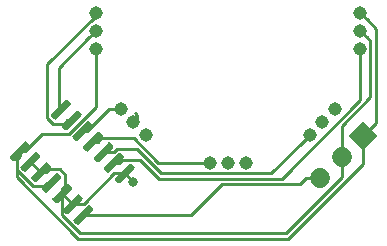
<source format=gbr>
G04 #@! TF.GenerationSoftware,KiCad,Pcbnew,(5.1.5)-3*
G04 #@! TF.CreationDate,2020-07-05T11:52:35-05:00*
G04 #@! TF.ProjectId,HallSensor,48616c6c-5365-46e7-936f-722e6b696361,rev?*
G04 #@! TF.SameCoordinates,Original*
G04 #@! TF.FileFunction,Copper,L1,Top*
G04 #@! TF.FilePolarity,Positive*
%FSLAX46Y46*%
G04 Gerber Fmt 4.6, Leading zero omitted, Abs format (unit mm)*
G04 Created by KiCad (PCBNEW (5.1.5)-3) date 2020-07-05 11:52:35*
%MOMM*%
%LPD*%
G04 APERTURE LIST*
%ADD10C,1.700000*%
%ADD11C,0.100000*%
%ADD12C,1.143000*%
%ADD13C,0.800000*%
%ADD14C,0.250000*%
G04 APERTURE END LIST*
D10*
X129757898Y-100112102D02*
X129757898Y-100112102D01*
X131553949Y-98316051D02*
X131553949Y-98316051D01*
G04 #@! TA.AperFunction,ComponentPad*
D11*
G36*
X132147918Y-96520000D02*
G01*
X133350000Y-95317918D01*
X134552082Y-96520000D01*
X133350000Y-97722082D01*
X132147918Y-96520000D01*
G37*
G04 #@! TD.AperFunction*
D12*
X110744000Y-86106000D03*
X110744000Y-87630000D03*
X110744000Y-89154000D03*
X112832344Y-94290344D03*
X113909974Y-95367974D03*
X114987605Y-96445605D03*
X120396000Y-98806000D03*
X121920000Y-98806000D03*
X123444000Y-98806000D03*
X128834344Y-96463656D03*
X129911974Y-95386026D03*
X130989605Y-94308395D03*
X133096000Y-89154000D03*
X133096000Y-87630000D03*
X133096000Y-86106000D03*
G04 #@! TA.AperFunction,SMDPad,CuDef*
D11*
G36*
X104787745Y-96995394D02*
G01*
X104802306Y-96997554D01*
X104816585Y-97001131D01*
X104830445Y-97006090D01*
X104843752Y-97012384D01*
X104856378Y-97019952D01*
X104868201Y-97028720D01*
X104879108Y-97038606D01*
X105091240Y-97250738D01*
X105101126Y-97261645D01*
X105109894Y-97273468D01*
X105117462Y-97286094D01*
X105123756Y-97299401D01*
X105128715Y-97313261D01*
X105132292Y-97327540D01*
X105134452Y-97342101D01*
X105135174Y-97356804D01*
X105134452Y-97371507D01*
X105132292Y-97386068D01*
X105128715Y-97400347D01*
X105123756Y-97414207D01*
X105117462Y-97427514D01*
X105109894Y-97440140D01*
X105101126Y-97451963D01*
X105091240Y-97462870D01*
X103924514Y-98629596D01*
X103913607Y-98639482D01*
X103901784Y-98648250D01*
X103889158Y-98655818D01*
X103875851Y-98662112D01*
X103861991Y-98667071D01*
X103847712Y-98670648D01*
X103833151Y-98672808D01*
X103818448Y-98673530D01*
X103803745Y-98672808D01*
X103789184Y-98670648D01*
X103774905Y-98667071D01*
X103761045Y-98662112D01*
X103747738Y-98655818D01*
X103735112Y-98648250D01*
X103723289Y-98639482D01*
X103712382Y-98629596D01*
X103500250Y-98417464D01*
X103490364Y-98406557D01*
X103481596Y-98394734D01*
X103474028Y-98382108D01*
X103467734Y-98368801D01*
X103462775Y-98354941D01*
X103459198Y-98340662D01*
X103457038Y-98326101D01*
X103456316Y-98311398D01*
X103457038Y-98296695D01*
X103459198Y-98282134D01*
X103462775Y-98267855D01*
X103467734Y-98253995D01*
X103474028Y-98240688D01*
X103481596Y-98228062D01*
X103490364Y-98216239D01*
X103500250Y-98205332D01*
X104666976Y-97038606D01*
X104677883Y-97028720D01*
X104689706Y-97019952D01*
X104702332Y-97012384D01*
X104715639Y-97006090D01*
X104729499Y-97001131D01*
X104743778Y-96997554D01*
X104758339Y-96995394D01*
X104773042Y-96994672D01*
X104787745Y-96995394D01*
G37*
G04 #@! TD.AperFunction*
G04 #@! TA.AperFunction,SMDPad,CuDef*
G36*
X105685770Y-97893420D02*
G01*
X105700331Y-97895580D01*
X105714610Y-97899157D01*
X105728470Y-97904116D01*
X105741777Y-97910410D01*
X105754403Y-97917978D01*
X105766226Y-97926746D01*
X105777133Y-97936632D01*
X105989265Y-98148764D01*
X105999151Y-98159671D01*
X106007919Y-98171494D01*
X106015487Y-98184120D01*
X106021781Y-98197427D01*
X106026740Y-98211287D01*
X106030317Y-98225566D01*
X106032477Y-98240127D01*
X106033199Y-98254830D01*
X106032477Y-98269533D01*
X106030317Y-98284094D01*
X106026740Y-98298373D01*
X106021781Y-98312233D01*
X106015487Y-98325540D01*
X106007919Y-98338166D01*
X105999151Y-98349989D01*
X105989265Y-98360896D01*
X104822539Y-99527622D01*
X104811632Y-99537508D01*
X104799809Y-99546276D01*
X104787183Y-99553844D01*
X104773876Y-99560138D01*
X104760016Y-99565097D01*
X104745737Y-99568674D01*
X104731176Y-99570834D01*
X104716473Y-99571556D01*
X104701770Y-99570834D01*
X104687209Y-99568674D01*
X104672930Y-99565097D01*
X104659070Y-99560138D01*
X104645763Y-99553844D01*
X104633137Y-99546276D01*
X104621314Y-99537508D01*
X104610407Y-99527622D01*
X104398275Y-99315490D01*
X104388389Y-99304583D01*
X104379621Y-99292760D01*
X104372053Y-99280134D01*
X104365759Y-99266827D01*
X104360800Y-99252967D01*
X104357223Y-99238688D01*
X104355063Y-99224127D01*
X104354341Y-99209424D01*
X104355063Y-99194721D01*
X104357223Y-99180160D01*
X104360800Y-99165881D01*
X104365759Y-99152021D01*
X104372053Y-99138714D01*
X104379621Y-99126088D01*
X104388389Y-99114265D01*
X104398275Y-99103358D01*
X105565001Y-97936632D01*
X105575908Y-97926746D01*
X105587731Y-97917978D01*
X105600357Y-97910410D01*
X105613664Y-97904116D01*
X105627524Y-97899157D01*
X105641803Y-97895580D01*
X105656364Y-97893420D01*
X105671067Y-97892698D01*
X105685770Y-97893420D01*
G37*
G04 #@! TD.AperFunction*
G04 #@! TA.AperFunction,SMDPad,CuDef*
G36*
X106583796Y-98791446D02*
G01*
X106598357Y-98793606D01*
X106612636Y-98797183D01*
X106626496Y-98802142D01*
X106639803Y-98808436D01*
X106652429Y-98816004D01*
X106664252Y-98824772D01*
X106675159Y-98834658D01*
X106887291Y-99046790D01*
X106897177Y-99057697D01*
X106905945Y-99069520D01*
X106913513Y-99082146D01*
X106919807Y-99095453D01*
X106924766Y-99109313D01*
X106928343Y-99123592D01*
X106930503Y-99138153D01*
X106931225Y-99152856D01*
X106930503Y-99167559D01*
X106928343Y-99182120D01*
X106924766Y-99196399D01*
X106919807Y-99210259D01*
X106913513Y-99223566D01*
X106905945Y-99236192D01*
X106897177Y-99248015D01*
X106887291Y-99258922D01*
X105720565Y-100425648D01*
X105709658Y-100435534D01*
X105697835Y-100444302D01*
X105685209Y-100451870D01*
X105671902Y-100458164D01*
X105658042Y-100463123D01*
X105643763Y-100466700D01*
X105629202Y-100468860D01*
X105614499Y-100469582D01*
X105599796Y-100468860D01*
X105585235Y-100466700D01*
X105570956Y-100463123D01*
X105557096Y-100458164D01*
X105543789Y-100451870D01*
X105531163Y-100444302D01*
X105519340Y-100435534D01*
X105508433Y-100425648D01*
X105296301Y-100213516D01*
X105286415Y-100202609D01*
X105277647Y-100190786D01*
X105270079Y-100178160D01*
X105263785Y-100164853D01*
X105258826Y-100150993D01*
X105255249Y-100136714D01*
X105253089Y-100122153D01*
X105252367Y-100107450D01*
X105253089Y-100092747D01*
X105255249Y-100078186D01*
X105258826Y-100063907D01*
X105263785Y-100050047D01*
X105270079Y-100036740D01*
X105277647Y-100024114D01*
X105286415Y-100012291D01*
X105296301Y-100001384D01*
X106463027Y-98834658D01*
X106473934Y-98824772D01*
X106485757Y-98816004D01*
X106498383Y-98808436D01*
X106511690Y-98802142D01*
X106525550Y-98797183D01*
X106539829Y-98793606D01*
X106554390Y-98791446D01*
X106569093Y-98790724D01*
X106583796Y-98791446D01*
G37*
G04 #@! TD.AperFunction*
G04 #@! TA.AperFunction,SMDPad,CuDef*
G36*
X107481822Y-99689471D02*
G01*
X107496383Y-99691631D01*
X107510662Y-99695208D01*
X107524522Y-99700167D01*
X107537829Y-99706461D01*
X107550455Y-99714029D01*
X107562278Y-99722797D01*
X107573185Y-99732683D01*
X107785317Y-99944815D01*
X107795203Y-99955722D01*
X107803971Y-99967545D01*
X107811539Y-99980171D01*
X107817833Y-99993478D01*
X107822792Y-100007338D01*
X107826369Y-100021617D01*
X107828529Y-100036178D01*
X107829251Y-100050881D01*
X107828529Y-100065584D01*
X107826369Y-100080145D01*
X107822792Y-100094424D01*
X107817833Y-100108284D01*
X107811539Y-100121591D01*
X107803971Y-100134217D01*
X107795203Y-100146040D01*
X107785317Y-100156947D01*
X106618591Y-101323673D01*
X106607684Y-101333559D01*
X106595861Y-101342327D01*
X106583235Y-101349895D01*
X106569928Y-101356189D01*
X106556068Y-101361148D01*
X106541789Y-101364725D01*
X106527228Y-101366885D01*
X106512525Y-101367607D01*
X106497822Y-101366885D01*
X106483261Y-101364725D01*
X106468982Y-101361148D01*
X106455122Y-101356189D01*
X106441815Y-101349895D01*
X106429189Y-101342327D01*
X106417366Y-101333559D01*
X106406459Y-101323673D01*
X106194327Y-101111541D01*
X106184441Y-101100634D01*
X106175673Y-101088811D01*
X106168105Y-101076185D01*
X106161811Y-101062878D01*
X106156852Y-101049018D01*
X106153275Y-101034739D01*
X106151115Y-101020178D01*
X106150393Y-101005475D01*
X106151115Y-100990772D01*
X106153275Y-100976211D01*
X106156852Y-100961932D01*
X106161811Y-100948072D01*
X106168105Y-100934765D01*
X106175673Y-100922139D01*
X106184441Y-100910316D01*
X106194327Y-100899409D01*
X107361053Y-99732683D01*
X107371960Y-99722797D01*
X107383783Y-99714029D01*
X107396409Y-99706461D01*
X107409716Y-99700167D01*
X107423576Y-99695208D01*
X107437855Y-99691631D01*
X107452416Y-99689471D01*
X107467119Y-99688749D01*
X107481822Y-99689471D01*
G37*
G04 #@! TD.AperFunction*
G04 #@! TA.AperFunction,SMDPad,CuDef*
G36*
X108379847Y-100587497D02*
G01*
X108394408Y-100589657D01*
X108408687Y-100593234D01*
X108422547Y-100598193D01*
X108435854Y-100604487D01*
X108448480Y-100612055D01*
X108460303Y-100620823D01*
X108471210Y-100630709D01*
X108683342Y-100842841D01*
X108693228Y-100853748D01*
X108701996Y-100865571D01*
X108709564Y-100878197D01*
X108715858Y-100891504D01*
X108720817Y-100905364D01*
X108724394Y-100919643D01*
X108726554Y-100934204D01*
X108727276Y-100948907D01*
X108726554Y-100963610D01*
X108724394Y-100978171D01*
X108720817Y-100992450D01*
X108715858Y-101006310D01*
X108709564Y-101019617D01*
X108701996Y-101032243D01*
X108693228Y-101044066D01*
X108683342Y-101054973D01*
X107516616Y-102221699D01*
X107505709Y-102231585D01*
X107493886Y-102240353D01*
X107481260Y-102247921D01*
X107467953Y-102254215D01*
X107454093Y-102259174D01*
X107439814Y-102262751D01*
X107425253Y-102264911D01*
X107410550Y-102265633D01*
X107395847Y-102264911D01*
X107381286Y-102262751D01*
X107367007Y-102259174D01*
X107353147Y-102254215D01*
X107339840Y-102247921D01*
X107327214Y-102240353D01*
X107315391Y-102231585D01*
X107304484Y-102221699D01*
X107092352Y-102009567D01*
X107082466Y-101998660D01*
X107073698Y-101986837D01*
X107066130Y-101974211D01*
X107059836Y-101960904D01*
X107054877Y-101947044D01*
X107051300Y-101932765D01*
X107049140Y-101918204D01*
X107048418Y-101903501D01*
X107049140Y-101888798D01*
X107051300Y-101874237D01*
X107054877Y-101859958D01*
X107059836Y-101846098D01*
X107066130Y-101832791D01*
X107073698Y-101820165D01*
X107082466Y-101808342D01*
X107092352Y-101797435D01*
X108259078Y-100630709D01*
X108269985Y-100620823D01*
X108281808Y-100612055D01*
X108294434Y-100604487D01*
X108307741Y-100598193D01*
X108321601Y-100593234D01*
X108335880Y-100589657D01*
X108350441Y-100587497D01*
X108365144Y-100586775D01*
X108379847Y-100587497D01*
G37*
G04 #@! TD.AperFunction*
G04 #@! TA.AperFunction,SMDPad,CuDef*
G36*
X109277873Y-101485523D02*
G01*
X109292434Y-101487683D01*
X109306713Y-101491260D01*
X109320573Y-101496219D01*
X109333880Y-101502513D01*
X109346506Y-101510081D01*
X109358329Y-101518849D01*
X109369236Y-101528735D01*
X109581368Y-101740867D01*
X109591254Y-101751774D01*
X109600022Y-101763597D01*
X109607590Y-101776223D01*
X109613884Y-101789530D01*
X109618843Y-101803390D01*
X109622420Y-101817669D01*
X109624580Y-101832230D01*
X109625302Y-101846933D01*
X109624580Y-101861636D01*
X109622420Y-101876197D01*
X109618843Y-101890476D01*
X109613884Y-101904336D01*
X109607590Y-101917643D01*
X109600022Y-101930269D01*
X109591254Y-101942092D01*
X109581368Y-101952999D01*
X108414642Y-103119725D01*
X108403735Y-103129611D01*
X108391912Y-103138379D01*
X108379286Y-103145947D01*
X108365979Y-103152241D01*
X108352119Y-103157200D01*
X108337840Y-103160777D01*
X108323279Y-103162937D01*
X108308576Y-103163659D01*
X108293873Y-103162937D01*
X108279312Y-103160777D01*
X108265033Y-103157200D01*
X108251173Y-103152241D01*
X108237866Y-103145947D01*
X108225240Y-103138379D01*
X108213417Y-103129611D01*
X108202510Y-103119725D01*
X107990378Y-102907593D01*
X107980492Y-102896686D01*
X107971724Y-102884863D01*
X107964156Y-102872237D01*
X107957862Y-102858930D01*
X107952903Y-102845070D01*
X107949326Y-102830791D01*
X107947166Y-102816230D01*
X107946444Y-102801527D01*
X107947166Y-102786824D01*
X107949326Y-102772263D01*
X107952903Y-102757984D01*
X107957862Y-102744124D01*
X107964156Y-102730817D01*
X107971724Y-102718191D01*
X107980492Y-102706368D01*
X107990378Y-102695461D01*
X109157104Y-101528735D01*
X109168011Y-101518849D01*
X109179834Y-101510081D01*
X109192460Y-101502513D01*
X109205767Y-101496219D01*
X109219627Y-101491260D01*
X109233906Y-101487683D01*
X109248467Y-101485523D01*
X109263170Y-101484801D01*
X109277873Y-101485523D01*
G37*
G04 #@! TD.AperFunction*
G04 #@! TA.AperFunction,SMDPad,CuDef*
G36*
X110175899Y-102383548D02*
G01*
X110190460Y-102385708D01*
X110204739Y-102389285D01*
X110218599Y-102394244D01*
X110231906Y-102400538D01*
X110244532Y-102408106D01*
X110256355Y-102416874D01*
X110267262Y-102426760D01*
X110479394Y-102638892D01*
X110489280Y-102649799D01*
X110498048Y-102661622D01*
X110505616Y-102674248D01*
X110511910Y-102687555D01*
X110516869Y-102701415D01*
X110520446Y-102715694D01*
X110522606Y-102730255D01*
X110523328Y-102744958D01*
X110522606Y-102759661D01*
X110520446Y-102774222D01*
X110516869Y-102788501D01*
X110511910Y-102802361D01*
X110505616Y-102815668D01*
X110498048Y-102828294D01*
X110489280Y-102840117D01*
X110479394Y-102851024D01*
X109312668Y-104017750D01*
X109301761Y-104027636D01*
X109289938Y-104036404D01*
X109277312Y-104043972D01*
X109264005Y-104050266D01*
X109250145Y-104055225D01*
X109235866Y-104058802D01*
X109221305Y-104060962D01*
X109206602Y-104061684D01*
X109191899Y-104060962D01*
X109177338Y-104058802D01*
X109163059Y-104055225D01*
X109149199Y-104050266D01*
X109135892Y-104043972D01*
X109123266Y-104036404D01*
X109111443Y-104027636D01*
X109100536Y-104017750D01*
X108888404Y-103805618D01*
X108878518Y-103794711D01*
X108869750Y-103782888D01*
X108862182Y-103770262D01*
X108855888Y-103756955D01*
X108850929Y-103743095D01*
X108847352Y-103728816D01*
X108845192Y-103714255D01*
X108844470Y-103699552D01*
X108845192Y-103684849D01*
X108847352Y-103670288D01*
X108850929Y-103656009D01*
X108855888Y-103642149D01*
X108862182Y-103628842D01*
X108869750Y-103616216D01*
X108878518Y-103604393D01*
X108888404Y-103593486D01*
X110055130Y-102426760D01*
X110066037Y-102416874D01*
X110077860Y-102408106D01*
X110090486Y-102400538D01*
X110103793Y-102394244D01*
X110117653Y-102389285D01*
X110131932Y-102385708D01*
X110146493Y-102383548D01*
X110161196Y-102382826D01*
X110175899Y-102383548D01*
G37*
G04 #@! TD.AperFunction*
G04 #@! TA.AperFunction,SMDPad,CuDef*
G36*
X113676077Y-98883370D02*
G01*
X113690638Y-98885530D01*
X113704917Y-98889107D01*
X113718777Y-98894066D01*
X113732084Y-98900360D01*
X113744710Y-98907928D01*
X113756533Y-98916696D01*
X113767440Y-98926582D01*
X113979572Y-99138714D01*
X113989458Y-99149621D01*
X113998226Y-99161444D01*
X114005794Y-99174070D01*
X114012088Y-99187377D01*
X114017047Y-99201237D01*
X114020624Y-99215516D01*
X114022784Y-99230077D01*
X114023506Y-99244780D01*
X114022784Y-99259483D01*
X114020624Y-99274044D01*
X114017047Y-99288323D01*
X114012088Y-99302183D01*
X114005794Y-99315490D01*
X113998226Y-99328116D01*
X113989458Y-99339939D01*
X113979572Y-99350846D01*
X112812846Y-100517572D01*
X112801939Y-100527458D01*
X112790116Y-100536226D01*
X112777490Y-100543794D01*
X112764183Y-100550088D01*
X112750323Y-100555047D01*
X112736044Y-100558624D01*
X112721483Y-100560784D01*
X112706780Y-100561506D01*
X112692077Y-100560784D01*
X112677516Y-100558624D01*
X112663237Y-100555047D01*
X112649377Y-100550088D01*
X112636070Y-100543794D01*
X112623444Y-100536226D01*
X112611621Y-100527458D01*
X112600714Y-100517572D01*
X112388582Y-100305440D01*
X112378696Y-100294533D01*
X112369928Y-100282710D01*
X112362360Y-100270084D01*
X112356066Y-100256777D01*
X112351107Y-100242917D01*
X112347530Y-100228638D01*
X112345370Y-100214077D01*
X112344648Y-100199374D01*
X112345370Y-100184671D01*
X112347530Y-100170110D01*
X112351107Y-100155831D01*
X112356066Y-100141971D01*
X112362360Y-100128664D01*
X112369928Y-100116038D01*
X112378696Y-100104215D01*
X112388582Y-100093308D01*
X113555308Y-98926582D01*
X113566215Y-98916696D01*
X113578038Y-98907928D01*
X113590664Y-98900360D01*
X113603971Y-98894066D01*
X113617831Y-98889107D01*
X113632110Y-98885530D01*
X113646671Y-98883370D01*
X113661374Y-98882648D01*
X113676077Y-98883370D01*
G37*
G04 #@! TD.AperFunction*
G04 #@! TA.AperFunction,SMDPad,CuDef*
G36*
X112778052Y-97985344D02*
G01*
X112792613Y-97987504D01*
X112806892Y-97991081D01*
X112820752Y-97996040D01*
X112834059Y-98002334D01*
X112846685Y-98009902D01*
X112858508Y-98018670D01*
X112869415Y-98028556D01*
X113081547Y-98240688D01*
X113091433Y-98251595D01*
X113100201Y-98263418D01*
X113107769Y-98276044D01*
X113114063Y-98289351D01*
X113119022Y-98303211D01*
X113122599Y-98317490D01*
X113124759Y-98332051D01*
X113125481Y-98346754D01*
X113124759Y-98361457D01*
X113122599Y-98376018D01*
X113119022Y-98390297D01*
X113114063Y-98404157D01*
X113107769Y-98417464D01*
X113100201Y-98430090D01*
X113091433Y-98441913D01*
X113081547Y-98452820D01*
X111914821Y-99619546D01*
X111903914Y-99629432D01*
X111892091Y-99638200D01*
X111879465Y-99645768D01*
X111866158Y-99652062D01*
X111852298Y-99657021D01*
X111838019Y-99660598D01*
X111823458Y-99662758D01*
X111808755Y-99663480D01*
X111794052Y-99662758D01*
X111779491Y-99660598D01*
X111765212Y-99657021D01*
X111751352Y-99652062D01*
X111738045Y-99645768D01*
X111725419Y-99638200D01*
X111713596Y-99629432D01*
X111702689Y-99619546D01*
X111490557Y-99407414D01*
X111480671Y-99396507D01*
X111471903Y-99384684D01*
X111464335Y-99372058D01*
X111458041Y-99358751D01*
X111453082Y-99344891D01*
X111449505Y-99330612D01*
X111447345Y-99316051D01*
X111446623Y-99301348D01*
X111447345Y-99286645D01*
X111449505Y-99272084D01*
X111453082Y-99257805D01*
X111458041Y-99243945D01*
X111464335Y-99230638D01*
X111471903Y-99218012D01*
X111480671Y-99206189D01*
X111490557Y-99195282D01*
X112657283Y-98028556D01*
X112668190Y-98018670D01*
X112680013Y-98009902D01*
X112692639Y-98002334D01*
X112705946Y-97996040D01*
X112719806Y-97991081D01*
X112734085Y-97987504D01*
X112748646Y-97985344D01*
X112763349Y-97984622D01*
X112778052Y-97985344D01*
G37*
G04 #@! TD.AperFunction*
G04 #@! TA.AperFunction,SMDPad,CuDef*
G36*
X111880026Y-97087318D02*
G01*
X111894587Y-97089478D01*
X111908866Y-97093055D01*
X111922726Y-97098014D01*
X111936033Y-97104308D01*
X111948659Y-97111876D01*
X111960482Y-97120644D01*
X111971389Y-97130530D01*
X112183521Y-97342662D01*
X112193407Y-97353569D01*
X112202175Y-97365392D01*
X112209743Y-97378018D01*
X112216037Y-97391325D01*
X112220996Y-97405185D01*
X112224573Y-97419464D01*
X112226733Y-97434025D01*
X112227455Y-97448728D01*
X112226733Y-97463431D01*
X112224573Y-97477992D01*
X112220996Y-97492271D01*
X112216037Y-97506131D01*
X112209743Y-97519438D01*
X112202175Y-97532064D01*
X112193407Y-97543887D01*
X112183521Y-97554794D01*
X111016795Y-98721520D01*
X111005888Y-98731406D01*
X110994065Y-98740174D01*
X110981439Y-98747742D01*
X110968132Y-98754036D01*
X110954272Y-98758995D01*
X110939993Y-98762572D01*
X110925432Y-98764732D01*
X110910729Y-98765454D01*
X110896026Y-98764732D01*
X110881465Y-98762572D01*
X110867186Y-98758995D01*
X110853326Y-98754036D01*
X110840019Y-98747742D01*
X110827393Y-98740174D01*
X110815570Y-98731406D01*
X110804663Y-98721520D01*
X110592531Y-98509388D01*
X110582645Y-98498481D01*
X110573877Y-98486658D01*
X110566309Y-98474032D01*
X110560015Y-98460725D01*
X110555056Y-98446865D01*
X110551479Y-98432586D01*
X110549319Y-98418025D01*
X110548597Y-98403322D01*
X110549319Y-98388619D01*
X110551479Y-98374058D01*
X110555056Y-98359779D01*
X110560015Y-98345919D01*
X110566309Y-98332612D01*
X110573877Y-98319986D01*
X110582645Y-98308163D01*
X110592531Y-98297256D01*
X111759257Y-97130530D01*
X111770164Y-97120644D01*
X111781987Y-97111876D01*
X111794613Y-97104308D01*
X111807920Y-97098014D01*
X111821780Y-97093055D01*
X111836059Y-97089478D01*
X111850620Y-97087318D01*
X111865323Y-97086596D01*
X111880026Y-97087318D01*
G37*
G04 #@! TD.AperFunction*
G04 #@! TA.AperFunction,SMDPad,CuDef*
G36*
X110982000Y-96189293D02*
G01*
X110996561Y-96191453D01*
X111010840Y-96195030D01*
X111024700Y-96199989D01*
X111038007Y-96206283D01*
X111050633Y-96213851D01*
X111062456Y-96222619D01*
X111073363Y-96232505D01*
X111285495Y-96444637D01*
X111295381Y-96455544D01*
X111304149Y-96467367D01*
X111311717Y-96479993D01*
X111318011Y-96493300D01*
X111322970Y-96507160D01*
X111326547Y-96521439D01*
X111328707Y-96536000D01*
X111329429Y-96550703D01*
X111328707Y-96565406D01*
X111326547Y-96579967D01*
X111322970Y-96594246D01*
X111318011Y-96608106D01*
X111311717Y-96621413D01*
X111304149Y-96634039D01*
X111295381Y-96645862D01*
X111285495Y-96656769D01*
X110118769Y-97823495D01*
X110107862Y-97833381D01*
X110096039Y-97842149D01*
X110083413Y-97849717D01*
X110070106Y-97856011D01*
X110056246Y-97860970D01*
X110041967Y-97864547D01*
X110027406Y-97866707D01*
X110012703Y-97867429D01*
X109998000Y-97866707D01*
X109983439Y-97864547D01*
X109969160Y-97860970D01*
X109955300Y-97856011D01*
X109941993Y-97849717D01*
X109929367Y-97842149D01*
X109917544Y-97833381D01*
X109906637Y-97823495D01*
X109694505Y-97611363D01*
X109684619Y-97600456D01*
X109675851Y-97588633D01*
X109668283Y-97576007D01*
X109661989Y-97562700D01*
X109657030Y-97548840D01*
X109653453Y-97534561D01*
X109651293Y-97520000D01*
X109650571Y-97505297D01*
X109651293Y-97490594D01*
X109653453Y-97476033D01*
X109657030Y-97461754D01*
X109661989Y-97447894D01*
X109668283Y-97434587D01*
X109675851Y-97421961D01*
X109684619Y-97410138D01*
X109694505Y-97399231D01*
X110861231Y-96232505D01*
X110872138Y-96222619D01*
X110883961Y-96213851D01*
X110896587Y-96206283D01*
X110909894Y-96199989D01*
X110923754Y-96195030D01*
X110938033Y-96191453D01*
X110952594Y-96189293D01*
X110967297Y-96188571D01*
X110982000Y-96189293D01*
G37*
G04 #@! TD.AperFunction*
G04 #@! TA.AperFunction,SMDPad,CuDef*
G36*
X110083975Y-95291267D02*
G01*
X110098536Y-95293427D01*
X110112815Y-95297004D01*
X110126675Y-95301963D01*
X110139982Y-95308257D01*
X110152608Y-95315825D01*
X110164431Y-95324593D01*
X110175338Y-95334479D01*
X110387470Y-95546611D01*
X110397356Y-95557518D01*
X110406124Y-95569341D01*
X110413692Y-95581967D01*
X110419986Y-95595274D01*
X110424945Y-95609134D01*
X110428522Y-95623413D01*
X110430682Y-95637974D01*
X110431404Y-95652677D01*
X110430682Y-95667380D01*
X110428522Y-95681941D01*
X110424945Y-95696220D01*
X110419986Y-95710080D01*
X110413692Y-95723387D01*
X110406124Y-95736013D01*
X110397356Y-95747836D01*
X110387470Y-95758743D01*
X109220744Y-96925469D01*
X109209837Y-96935355D01*
X109198014Y-96944123D01*
X109185388Y-96951691D01*
X109172081Y-96957985D01*
X109158221Y-96962944D01*
X109143942Y-96966521D01*
X109129381Y-96968681D01*
X109114678Y-96969403D01*
X109099975Y-96968681D01*
X109085414Y-96966521D01*
X109071135Y-96962944D01*
X109057275Y-96957985D01*
X109043968Y-96951691D01*
X109031342Y-96944123D01*
X109019519Y-96935355D01*
X109008612Y-96925469D01*
X108796480Y-96713337D01*
X108786594Y-96702430D01*
X108777826Y-96690607D01*
X108770258Y-96677981D01*
X108763964Y-96664674D01*
X108759005Y-96650814D01*
X108755428Y-96636535D01*
X108753268Y-96621974D01*
X108752546Y-96607271D01*
X108753268Y-96592568D01*
X108755428Y-96578007D01*
X108759005Y-96563728D01*
X108763964Y-96549868D01*
X108770258Y-96536561D01*
X108777826Y-96523935D01*
X108786594Y-96512112D01*
X108796480Y-96501205D01*
X109963206Y-95334479D01*
X109974113Y-95324593D01*
X109985936Y-95315825D01*
X109998562Y-95308257D01*
X110011869Y-95301963D01*
X110025729Y-95297004D01*
X110040008Y-95293427D01*
X110054569Y-95291267D01*
X110069272Y-95290545D01*
X110083975Y-95291267D01*
G37*
G04 #@! TD.AperFunction*
G04 #@! TA.AperFunction,SMDPad,CuDef*
G36*
X109185949Y-94393241D02*
G01*
X109200510Y-94395401D01*
X109214789Y-94398978D01*
X109228649Y-94403937D01*
X109241956Y-94410231D01*
X109254582Y-94417799D01*
X109266405Y-94426567D01*
X109277312Y-94436453D01*
X109489444Y-94648585D01*
X109499330Y-94659492D01*
X109508098Y-94671315D01*
X109515666Y-94683941D01*
X109521960Y-94697248D01*
X109526919Y-94711108D01*
X109530496Y-94725387D01*
X109532656Y-94739948D01*
X109533378Y-94754651D01*
X109532656Y-94769354D01*
X109530496Y-94783915D01*
X109526919Y-94798194D01*
X109521960Y-94812054D01*
X109515666Y-94825361D01*
X109508098Y-94837987D01*
X109499330Y-94849810D01*
X109489444Y-94860717D01*
X108322718Y-96027443D01*
X108311811Y-96037329D01*
X108299988Y-96046097D01*
X108287362Y-96053665D01*
X108274055Y-96059959D01*
X108260195Y-96064918D01*
X108245916Y-96068495D01*
X108231355Y-96070655D01*
X108216652Y-96071377D01*
X108201949Y-96070655D01*
X108187388Y-96068495D01*
X108173109Y-96064918D01*
X108159249Y-96059959D01*
X108145942Y-96053665D01*
X108133316Y-96046097D01*
X108121493Y-96037329D01*
X108110586Y-96027443D01*
X107898454Y-95815311D01*
X107888568Y-95804404D01*
X107879800Y-95792581D01*
X107872232Y-95779955D01*
X107865938Y-95766648D01*
X107860979Y-95752788D01*
X107857402Y-95738509D01*
X107855242Y-95723948D01*
X107854520Y-95709245D01*
X107855242Y-95694542D01*
X107857402Y-95679981D01*
X107860979Y-95665702D01*
X107865938Y-95651842D01*
X107872232Y-95638535D01*
X107879800Y-95625909D01*
X107888568Y-95614086D01*
X107898454Y-95603179D01*
X109065180Y-94436453D01*
X109076087Y-94426567D01*
X109087910Y-94417799D01*
X109100536Y-94410231D01*
X109113843Y-94403937D01*
X109127703Y-94398978D01*
X109141982Y-94395401D01*
X109156543Y-94393241D01*
X109171246Y-94392519D01*
X109185949Y-94393241D01*
G37*
G04 #@! TD.AperFunction*
G04 #@! TA.AperFunction,SMDPad,CuDef*
G36*
X108287923Y-93495216D02*
G01*
X108302484Y-93497376D01*
X108316763Y-93500953D01*
X108330623Y-93505912D01*
X108343930Y-93512206D01*
X108356556Y-93519774D01*
X108368379Y-93528542D01*
X108379286Y-93538428D01*
X108591418Y-93750560D01*
X108601304Y-93761467D01*
X108610072Y-93773290D01*
X108617640Y-93785916D01*
X108623934Y-93799223D01*
X108628893Y-93813083D01*
X108632470Y-93827362D01*
X108634630Y-93841923D01*
X108635352Y-93856626D01*
X108634630Y-93871329D01*
X108632470Y-93885890D01*
X108628893Y-93900169D01*
X108623934Y-93914029D01*
X108617640Y-93927336D01*
X108610072Y-93939962D01*
X108601304Y-93951785D01*
X108591418Y-93962692D01*
X107424692Y-95129418D01*
X107413785Y-95139304D01*
X107401962Y-95148072D01*
X107389336Y-95155640D01*
X107376029Y-95161934D01*
X107362169Y-95166893D01*
X107347890Y-95170470D01*
X107333329Y-95172630D01*
X107318626Y-95173352D01*
X107303923Y-95172630D01*
X107289362Y-95170470D01*
X107275083Y-95166893D01*
X107261223Y-95161934D01*
X107247916Y-95155640D01*
X107235290Y-95148072D01*
X107223467Y-95139304D01*
X107212560Y-95129418D01*
X107000428Y-94917286D01*
X106990542Y-94906379D01*
X106981774Y-94894556D01*
X106974206Y-94881930D01*
X106967912Y-94868623D01*
X106962953Y-94854763D01*
X106959376Y-94840484D01*
X106957216Y-94825923D01*
X106956494Y-94811220D01*
X106957216Y-94796517D01*
X106959376Y-94781956D01*
X106962953Y-94767677D01*
X106967912Y-94753817D01*
X106974206Y-94740510D01*
X106981774Y-94727884D01*
X106990542Y-94716061D01*
X107000428Y-94705154D01*
X108167154Y-93538428D01*
X108178061Y-93528542D01*
X108189884Y-93519774D01*
X108202510Y-93512206D01*
X108215817Y-93505912D01*
X108229677Y-93500953D01*
X108243956Y-93497376D01*
X108258517Y-93495216D01*
X108273220Y-93494494D01*
X108287923Y-93495216D01*
G37*
G04 #@! TD.AperFunction*
D13*
X113909974Y-100447974D03*
D14*
X110744000Y-94094049D02*
X110744000Y-89962223D01*
X110744000Y-89962223D02*
X110744000Y-89154000D01*
X108441662Y-96396387D02*
X110744000Y-94094049D01*
X106157723Y-96396387D02*
X108441662Y-96396387D01*
X104720009Y-97834101D02*
X106157723Y-96396387D01*
X104295745Y-97834101D02*
X104720009Y-97834101D01*
X133667499Y-86677499D02*
X133096000Y-86106000D01*
X134442511Y-87452511D02*
X133667499Y-86677499D01*
X134442511Y-95427489D02*
X134442511Y-87452511D01*
X133350000Y-96520000D02*
X134442511Y-95427489D01*
X106565558Y-100528178D02*
X106989822Y-100528178D01*
X106299144Y-100794592D02*
X106565558Y-100528178D01*
X105417741Y-100794592D02*
X106299144Y-100794592D01*
X104029331Y-99406182D02*
X105417741Y-100794592D01*
X104029331Y-98524779D02*
X104029331Y-99406182D01*
X133350000Y-97722082D02*
X133350000Y-96520000D01*
X133350000Y-98895412D02*
X133350000Y-97722082D01*
X127000402Y-105245010D02*
X133350000Y-98895412D01*
X109231751Y-105245011D02*
X127000402Y-105245010D01*
X104029331Y-100042591D02*
X109231751Y-105245011D01*
X104029331Y-98524779D02*
X104029331Y-100042591D01*
X104295745Y-98258365D02*
X104029331Y-98524779D01*
X104295745Y-97834101D02*
X104295745Y-98258365D01*
X107583791Y-90790209D02*
X110172501Y-88201499D01*
X110172501Y-88201499D02*
X110744000Y-87630000D01*
X107583791Y-94121791D02*
X107583791Y-90790209D01*
X107795923Y-94333923D02*
X107583791Y-94121791D01*
X133667499Y-88201499D02*
X133096000Y-87630000D01*
X133992501Y-88526501D02*
X133667499Y-88201499D01*
X133992501Y-93268731D02*
X133992501Y-88526501D01*
X131553949Y-95707283D02*
X133992501Y-93268731D01*
X131553949Y-98316051D02*
X131553949Y-95707283D01*
X105193770Y-98732127D02*
X106091796Y-99630153D01*
X108785873Y-102324230D02*
X107887847Y-101426204D01*
X112759813Y-99722077D02*
X113184077Y-99722077D01*
X112300177Y-99722077D02*
X112759813Y-99722077D01*
X109698024Y-102324230D02*
X112300177Y-99722077D01*
X108785873Y-102324230D02*
X109698024Y-102324230D01*
X107887847Y-101001940D02*
X107887847Y-101426204D01*
X108154261Y-100735526D02*
X107887847Y-101001940D01*
X107663877Y-99363739D02*
X108154261Y-99854123D01*
X108154261Y-99854123D02*
X108154261Y-100735526D01*
X106782474Y-99363739D02*
X107663877Y-99363739D01*
X106516060Y-99630153D02*
X106782474Y-99363739D01*
X106091796Y-99630153D02*
X106516060Y-99630153D01*
X131553949Y-99518132D02*
X131553949Y-98316051D01*
X131553949Y-100055053D02*
X131553949Y-99518132D01*
X126814001Y-104795001D02*
X131553949Y-100055053D01*
X107887847Y-103264697D02*
X109418151Y-104795001D01*
X109418151Y-104795001D02*
X126814001Y-104795001D01*
X107887847Y-101426204D02*
X107887847Y-103264697D01*
X114222109Y-94789103D02*
X114085340Y-94634959D01*
X113909974Y-95367974D02*
X114222109Y-95055839D01*
X114222109Y-95055839D02*
X114222109Y-94789103D01*
X113909974Y-100447974D02*
X113184077Y-99722077D01*
X128555817Y-100112102D02*
X129757898Y-100112102D01*
X128065398Y-100602521D02*
X128555817Y-100112102D01*
X121393479Y-100602521D02*
X128065398Y-100602521D01*
X118773745Y-103222255D02*
X121393479Y-100602521D01*
X109683899Y-103222255D02*
X118773745Y-103222255D01*
X133096000Y-89962223D02*
X133096000Y-89154000D01*
X133096000Y-93528822D02*
X133096000Y-89962223D01*
X126472311Y-100152511D02*
X133096000Y-93528822D01*
X114499996Y-98557638D02*
X116094869Y-100152511D01*
X112976729Y-98557638D02*
X114499996Y-98557638D01*
X116094869Y-100152511D02*
X126472311Y-100152511D01*
X112710316Y-98824051D02*
X112976729Y-98557638D01*
X112286052Y-98824051D02*
X112710316Y-98824051D01*
X128262845Y-97035155D02*
X128834344Y-96463656D01*
X125595499Y-99702501D02*
X128262845Y-97035155D01*
X116281269Y-99702501D02*
X125595499Y-99702501D01*
X114238380Y-97659612D02*
X116281269Y-99702501D01*
X112300178Y-97926025D02*
X112566591Y-97659612D01*
X112566591Y-97659612D02*
X114238380Y-97659612D01*
X111388026Y-97926025D02*
X112300178Y-97926025D01*
X116021178Y-98806000D02*
X119587777Y-98806000D01*
X111180678Y-96761586D02*
X113976764Y-96761586D01*
X113976764Y-96761586D02*
X116021178Y-98806000D01*
X110914264Y-97028000D02*
X111180678Y-96761586D01*
X119587777Y-98806000D02*
X120396000Y-98806000D01*
X110490000Y-97028000D02*
X110914264Y-97028000D01*
X111855869Y-94290344D02*
X112024121Y-94290344D01*
X110016239Y-96129974D02*
X111855869Y-94290344D01*
X112024121Y-94290344D02*
X112832344Y-94290344D01*
X109591975Y-96129974D02*
X110016239Y-96129974D01*
X106631484Y-90472516D02*
X110744000Y-86360000D01*
X110744000Y-86360000D02*
X110744000Y-86106000D01*
X108269685Y-95231948D02*
X108003271Y-95498362D01*
X108003271Y-95498362D02*
X107121868Y-95498362D01*
X108693949Y-95231948D02*
X108269685Y-95231948D01*
X107121868Y-95498362D02*
X106631484Y-95007978D01*
X106631484Y-95007978D02*
X106631484Y-90472516D01*
M02*

</source>
